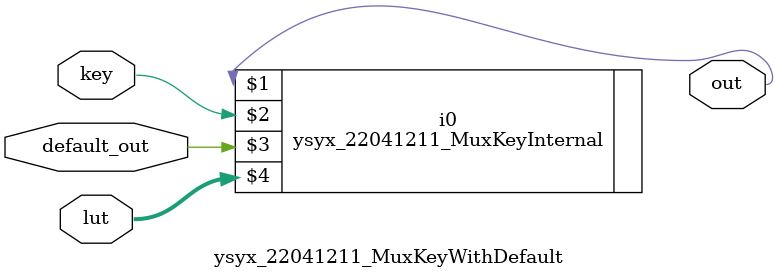
<source format=v>
/*************************************************************************
> File Name: ysyx_22041211_MuxKeyWithDefault.v
> Author: Chelsea
> Mail: 1938166340@qq.com 
> Created Time: 2023年08月04日 星期五 17时46分44秒
************************************************************************/

module ysyx_22041211_MuxKeyWithDefault #(parameter NR_KEY = 2, KEY_LEN = 1, DATA_LEN = 1) (
	output [DATA_LEN-1:0] out,
	input [KEY_LEN-1:0] key,
	input [DATA_LEN-1:0] default_out,
	input [NR_KEY*(KEY_LEN + DATA_LEN)-1:0] lut
);
	ysyx_22041211_MuxKeyInternal #(NR_KEY, KEY_LEN, DATA_LEN, 1) i0 (out, key, default_out, lut);
endmodule



</source>
